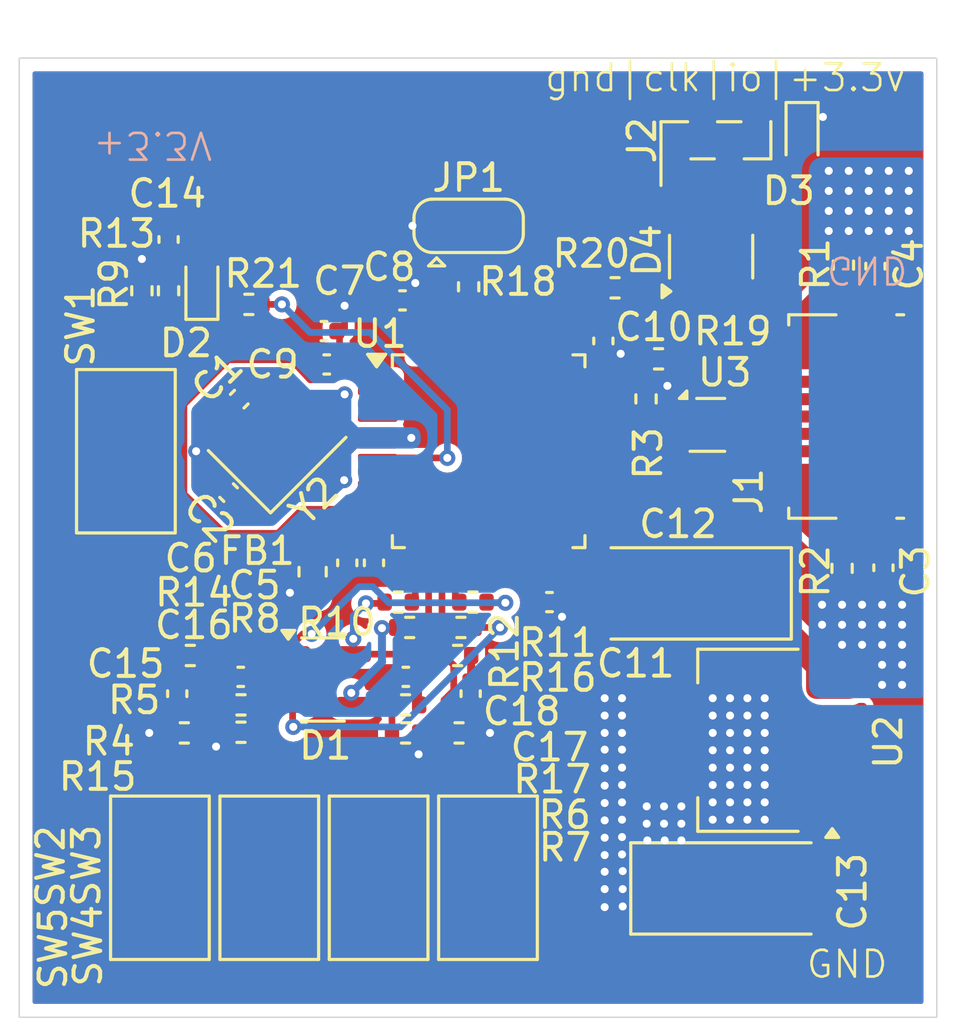
<source format=kicad_pcb>
(kicad_pcb (version 20240108) (generator "pcbnew") (generator_version "8.0")
  (layers (0 "F.Cu" signal) (31 "B.Cu" signal) (34 "B.Paste" user) (35 "F.Paste" user) (36 "B.SilkS" user "B.Silkscreen") (37 "F.SilkS" user "F.Silkscreen") (38 "B.Mask" user) (39 "F.Mask" user) (44 "Edge.Cuts" user))
  (net 0 "")
  (net 1 "Net-(J1-Shield)")
  (net 2 "VDDA")
  (net 3 "+3.3V")
  (net 4 "VBUS")
  (net 5 "Net-(C14-Pad2)")
  (net 7 "Net-(C15-Pad2)")
  (net 9 "Net-(C16-Pad2)")
  (net 11 "Net-(C17-Pad2)")
  (net 14 "Net-(U1-PD1)")
  (net 17 "Net-(C18-Pad2)")
  (net 18 "Net-(D1-K-Pad4)")
  (net 19 "Net-(D1-K-Pad5)")
  (net 25 "Net-(U1-PD0)")
  (net 26 "Net-(D1-K-Pad3)")
  (net 27 "Net-(D1-K-Pad1)")
  (net 28 "/NRST")
  (net 35 "Net-(J2-Pin_3)")
  (net 37 "Net-(J2-Pin_2)")
  (net 43 "Net-(JP1-C)")
  (net 48 "GND")
  (net 49 "Net-(U1-PA3)")
  (net 50 "Net-(U1-PA4)")
  (net 51 "Net-(U1-PA5)")
  (net 52 "Net-(U1-PA6)")
  (net 53 "/BOOT0")
  (net 54 "/SWDIO")
  (net 55 "/SWCLK")
  (net 56 "/USB_D+")
  (net 57 "/USB_D-")
  (net 58 "/D+")
  (net 59 "/D-")
  (net 60 "Net-(D2-K)")
  (footprint "Capacitor_SMD:C_0402_1005Metric" (layer "F.Cu") (at 158.645 91.7)
    (property "Reference" "C17")
    (property "Value" "0.1u")
  )
  (footprint "Resistor_SMD:R_0402_1005Metric" (layer "F.Cu") (at 158.36 88.9 180)
    (property "Reference" "R8")
    (property "Value" "10k")
  )
  (footprint "Resistor_SMD:R_0402_1005Metric" (layer "F.Cu") (at 158.635 92.75 180)
    (property "Reference" "R16")
    (property "Value" "100R")
  )
  (footprint "Resistor_SMD:R_0402_1005Metric" (layer "F.Cu") (at 160.71 89.85)
    (property "Reference" "R11")
    (property "Value" "10k")
  )
  (footprint "Diode_SMD:D_SOD-523" (layer "F.Cu") (at 151 77.05 90)
    (property "Reference" "D2")
    (property "Value" "ESDALC6V1-1U2")
  )
  (footprint "Resistor_SMD:R_0402_1005Metric" (layer "F.Cu") (at 158.79 89.85 180)
    (property "Reference" "R10")
    (property "Value" "10k")
  )
  (footprint "Capacitor_SMD:C_0402_1005Metric" (layer "F.Cu") (at 161.075 92.33 90)
    (property "Reference" "C18")
    (property "Value" "0.1u")
  )
  (footprint "Capacitor_Tantalum_SMD:CP_EIA-6032-28_Kemet-C" (layer "F.Cu") (at 169.3375 88.575 180)
    (property "Reference" "C12")
    (property "Value" "10uF")
  )
  (footprint "Resistor_SMD:R_0402_1005Metric" (layer "F.Cu") (at 152.465 93.775 180)
    (property "Reference" "R5")
    (property "Value" "10k")
  )
  (footprint "Package_TO_SOT_SMD:SOT-223-3_TabPin2" (layer "F.Cu") (at 171.5 94.075 180)
    (property "Reference" "U2")
    (property "Value" "AMS1117-3.3")
  )
  (footprint "Resistor_SMD:R_0402_1005Metric" (layer "F.Cu") (at 167.65 81.29 90)
    (property "Reference" "R3")
    (property "Value" "1.5k")
  )
  (footprint "Resistor_SMD:R_0402_1005Metric" (layer "F.Cu") (at 168.12 79.79 180)
    (property "Reference" "R19")
    (property "Value" "22R")
  )
  (footprint "Capacitor_SMD:C_0402_1005Metric" (layer "F.Cu") (at 166.05 79.12 -90)
    (property "Reference" "C10")
    (property "Value" "0.1uF")
  )
  (footprint "Package_QFP:LQFP-48_7x7mm_P0.5mm" (layer "F.Cu") (at 161.75 83.25)
    (property "Reference" "U1")
    (property "Value" "STM32F103C8T6")
  )
  (footprint "Capacitor_Tantalum_SMD:CP_EIA-6032-28_Kemet-C" (layer "F.Cu") (at 170.8375 99.625)
    (property "Reference" "C13")
    (property "Value" "10uF")
  )
  (footprint "Capacitor_SMD:C_0402_1005Metric" (layer "F.Cu") (at 150.075 92.33 90)
    (property "Reference" "C15")
    (property "Value" "0.1u")
  )
  (footprint "Capacitor_SMD:C_0402_1005Metric" (layer "F.Cu") (at 156.45 87.43 90)
    (property "Reference" "C5")
    (property "Value" "10n")
  )
  (footprint "Package_TO_SOT_SMD:SOT-23-5" (layer "F.Cu") (at 155.5375 91.8)
    (property "Reference" "D1")
    (property "Value" "ESDA5V3SC5")
  )
  (footprint "Resistor_SMD:R_0402_1005Metric" (layer "F.Cu") (at 175.05 76.28 90)
    (property "Reference" "R1")
    (property "Value" "1M")
  )
  (footprint "Resistor_SMD:R_0402_1005Metric" (layer "F.Cu") (at 161.16 88.9)
    (property "Reference" "R12")
    (property "Value" "10k")
  )
  (footprint "Button_Switch_SMD:SW_SPST_CK_RS282G05A3" (layer "F.Cu") (at 161.725 99.225 -90)
    (property "Reference" "SW5")
    (property "Value" "SW_Push")
  )
  (footprint "Resistor_SMD:R_0402_1005Metric" (layer "F.Cu") (at 175 87.635 -90)
    (property "Reference" "R2")
    (property "Value" "1M")
  )
  (footprint "Package_TO_SOT_SMD:SOT-23-3" (layer "F.Cu") (at 170.09 75.9625 90)
    (property "Reference" "D4")
    (property "Value" "ESDA6V1L")
  )
  (footprint "Capacitor_SMD:C_0402_1005Metric" (layer "F.Cu") (at 176.25 76.32 90)
    (property "Reference" "C4")
    (property "Value" "0.1uF")
  )
  (footprint "Capacitor_SMD:C_0402_1005Metric" (layer "F.Cu") (at 164.03 88.9)
    (property "Reference" "C11")
    (property "Value" "0.1uF")
  )
  (footprint "Resistor_SMD:R_0402_1005Metric" (layer "F.Cu") (at 160.585 90.9 180)
    (property "Reference" "R17")
    (property "Value" "100R")
  )
  (footprint "Button_Switch_SMD:SW_SPST_CK_RS282G05A3" (layer "F.Cu") (at 153.525 99.225 -90)
    (property "Reference" "SW3")
    (property "Value" "SW_Push")
  )
  (footprint "Jumper:SolderJumper-3_P1.3mm_Open_RoundedPad1.0x1.5mm" (layer "F.Cu") (at 161 74.8075)
    (property "Reference" "JP1")
    (property "Value" "BOOT0")
  )
  (footprint "Inductor_SMD:L_0603_1608Metric" (layer "F.Cu") (at 155.15 87.7625 90)
    (property "Reference" "FB1")
    (property "Value" "FerriteBead")
  )
  (footprint "Resistor_SMD:R_0402_1005Metric" (layer "F.Cu") (at 150.565 90.9)
    (property "Reference" "R14")
    (property "Value" "100R")
  )
  (footprint "Resistor_SMD:R_0402_1005Metric" (layer "F.Cu") (at 161 77.09 -90)
    (property "Reference" "R18")
    (property "Value" "10k")
  )
  (footprint "Capacitor_SMD:C_0402_1005Metric" (layer "F.Cu") (at 157.45 87.43 90)
    (property "Reference" "C6")
    (property "Value" "0.1uF")
  )
  (footprint "Resistor_SMD:R_0402_1005Metric" (layer "F.Cu") (at 160.64 93.8)
    (property "Reference" "R7")
    (property "Value" "10k")
  )
  (footprint "Capacitor_SMD:C_0402_1005Metric" (layer "F.Cu") (at 176.55 87.615 -90)
    (property "Reference" "C3")
    (property "Value" "0.1uF")
  )
  (footprint "Capacitor_SMD:C_0402_1005Metric" (layer "F.Cu") (at 149.75 75.32 -90)
    (property "Reference" "C14")
    (property "Value" "0.1u")
  )
  (footprint "Resistor_SMD:R_0402_1005Metric" (layer "F.Cu") (at 152.76 77.75 180)
    (property "Reference" "R21")
    (property "Value" "10k")
  )
  (footprint "Resistor_SMD:R_0402_1005Metric" (layer "F.Cu") (at 166.49 77.13 180)
    (property "Reference" "R20")
    (property "Value" "22R")
  )
  (footprint "Resistor_SMD:R_0402_1005Metric" (layer "F.Cu") (at 158.635 93.8)
    (property "Reference" "R6")
    (property "Value" "10k")
  )
  (footprint "Capacitor_SMD:C_0402_1005Metric" (layer "F.Cu") (at 155.68 80)
    (property "Reference" "C9")
    (property "Value" "0.1uF")
  )
  (footprint "Resistor_SMD:R_0402_1005Metric" (layer "F.Cu") (at 149.75 77.24 -90)
    (property "Reference" "R13")
    (property "Value" "100R")
  )
  (footprint "Capacitor_SMD:C_0402_1005Metric" (layer "F.Cu") (at 152.455 91.7 180)
    (property "Reference" "C16")
    (property "Value" "0.1u")
  )
  (footprint "Connector_PinHeader_1.00mm:PinHeader_1x04_P1.00mm_Vertical_SMD_Pin1Left" (layer "F.Cu") (at 170.27 71.605 90)
    (property "Reference" "J2")
    (property "Value" "SWD")
  )
  (footprint "Diode_SMD:D_SOD-523" (layer "F.Cu") (at 173.5 71.45 -90)
    (property "Reference" "D3")
    (property "Value" "SMLVT3V3")
  )
  (footprint "Capacitor_SMD:C_0402_1005Metric" (layer "F.Cu") (at 152 84.8 -45)
    (property "Reference" "C2")
    (property "Value" "C")
  )
  (footprint "Button_Switch_SMD:SW_SPST_CK_RS282G05A3" (layer "F.Cu") (at 149.425 99.225 -90)
    (property "Reference" "SW2")
    (property "Value" "SW_Push")
  )
  (footprint "Button_Switch_SMD:SW_SPST_CK_RS282G05A3" (layer "F.Cu") (at 148.15 83.25 -90)
    (property "Reference" "SW1")
    (property "Value" "SW_Push")
  )
  (footprint "Capacitor_SMD:C_0402_1005Metric" (layer "F.Cu") (at 158.52 77.6)
    (property "Reference" "C8")
    (property "Value" "0.1uF")
  )
  (footprint "Resistor_SMD:R_0402_1005Metric" (layer "F.Cu") (at 150.34 93.8 180)
    (property "Reference" "R4")
    (property "Value" "10k")
  )
  (footprint "Resistor_SMD:R_0402_1005Metric" (layer "F.Cu") (at 148.75 77.24 90)
    (property "Reference" "R9")
    (property "Value" "10k")
  )
  (footprint "Resistor_SMD:R_0402_1005Metric" (layer "F.Cu") (at 152.465 92.75)
    (property "Reference" "R15")
    (property "Value" "100R")
  )
  (footprint "Crystal:Crystal_SMD_Abracon_ABM8G-4Pin_3.2x2.5mm" (layer "F.Cu") (at 153.821142 82.976777 45)
    (property "Reference" "Y2")
    (property "Value" "X322516MLB4SI")
  )
  (footprint "Package_TO_SOT_SMD:SOT-666" (layer "F.Cu") (at 169.95 82.2625)
    (property "Reference" "U3")
    (property "Value" "USBLC6-2P6")
  )
  (footprint "Capacitor_SMD:C_0402_1005Metric" (layer "F.Cu") (at 155.575 78.75)
    (property "Reference" "C7")
    (property "Value" "4.7uF")
  )
  (footprint "Connector_USB:USB_Micro-B_Molex_47346-0001" (layer "F.Cu") (at 174.71 81.95 90)
    (property "Reference" "J1")
    (property "Value" "USB_B_Micro")
  )
  (footprint "Button_Switch_SMD:SW_SPST_CK_RS282G05A3" (layer "F.Cu") (at 157.625 99.225 -90)
    (property "Reference" "SW4")
    (property "Value" "SW_Push")
  )
  (footprint "Capacitor_SMD:C_0402_1005Metric" (layer "F.Cu") (at 152.4 81.3 45)
    (property "Reference" "C1")
    (property "Value" "C")
  )
  (gr_rect (start 144.15 68.525) (end 178.55 104.45) (stroke (width 0.05)) (fill none) (layer "Edge.Cuts"))
  (gr_text "+3.3V\n" (at 146.85 71.2 180) (layer "B.SilkS") (effects (font (size 1 1) (thickness 0.1)) (justify left bottom mirror)))
  (gr_text "GND" (at 174.35 75.875 180) (layer "B.SilkS") (effects (font (size 1 1) (thickness 0.1)) (justify left bottom mirror)))
  (gr_text "gnd|clk|io|+3.3v" (at 163.79 69.85 0) (layer "F.SilkS") (effects (font (size 1 1) (thickness 0.1)) (justify left bottom)))
  (gr_text "GND" (at 173.6 103.05 0) (layer "F.SilkS") (effects (font (size 1 1) (thickness 0.1)) (justify left bottom)))
  (segment (start 157.5875 84.5) (end 158.392764 84.5) (width 0.25) (layer "F.Cu") (net 2))
  (segment (start 156.45 86.95) (end 155.175 86.95) (width 0.25) (layer "F.Cu") (net 2))
  (segment (start 155.175 86.95) (end 155.15 86.975) (width 0.25) (layer "F.Cu") (net 2))
  (segment (start 158.65 84.757236) (end 158.65 86.242764) (width 0.25) (layer "F.Cu") (net 2))
  (segment (start 157.942764 86.95) (end 156.45 86.95) (width 0.25) (layer "F.Cu") (net 2))
  (segment (start 158.392764 84.5) (end 158.65 84.757236) (width 0.25) (layer "F.Cu") (net 2))
  (segment (start 158.65 86.242764) (end 157.942764 86.95) (width 0.25) (layer "F.Cu") (net 2))
  (segment (start 161.15 93.8) (end 161.8 93.8) (width 0.25) (layer "F.Cu") (net 3))
  (segment (start 166.05 79.6) (end 166.7 79.6) (width 0.25) (layer "F.Cu") (net 3))
  (segment (start 156.35 78.75) (end 156.16 78.94) (width 0.25) (layer "F.Cu") (net 3))
  (segment (start 156.16 80) (end 156.66 80.5) (width 0.25) (layer "F.Cu") (net 3))
  (segment (start 165.9125 80.5) (end 165.9375 80.525) (width 0.25) (layer "F.Cu") (net 3))
  (segment (start 159.145 94.58) (end 159.125 94.6) (width 0.25) (layer "F.Cu") (net 3))
  (segment (start 159 76.95) (end 159 79.0875) (width 0.25) (layer "F.Cu") (net 3))
  (segment (start 167.65 80.78) (end 168.43 80.78) (width 0.25) (layer "F.Cu") (net 3))
  (segment (start 165.9375 80.525) (end 166.05 80.525) (width 0.25) (layer "F.Cu") (net 3))
  (segment (start 148.75 76.73) (end 148.75 76.05) (width 0.25) (layer "F.Cu") (net 3))
  (segment (start 149.83 93.8) (end 149.025 93.8) (width 0.25) (layer "F.Cu") (net 3))
  (segment (start 156.66 80.5) (end 157.5875 80.5) (width 0.25) (layer "F.Cu") (net 3))
  (segment (start 151.955 93.775) (end 151.955 93.886976) (width 0.25) (layer "F.Cu") (net 3))
  (segment (start 159.145 93.8) (end 159.145 94.58) (width 0.25) (layer "F.Cu") (net 3))
  (segment (start 164.5 89.45) (end 164.5 87.4125) (width 0.25) (layer "F.Cu") (net 3))
  (segment (start 168.43 80.78) (end 168.45 80.8) (width 0.25) (layer "F.Cu") (net 3))
  (segment (start 158.8925 74.8075) (end 159.7 74.8075) (width 0.25) (layer "F.Cu") (net 3))
  (segment (start 166.05 80.525) (end 166.05 79.6) (width 0.25) (layer "F.Cu") (net 3))
  (segment (start 155.15 88.55) (end 154.3 88.55) (width 0.25) (layer "F.Cu") (net 3))
  (segment (start 156.16 78.94) (end 156.16 80) (width 0.25) (layer "F.Cu") (net 3))
  (segment (start 151.955 93.886976) (end 151.530605 94.311371) (width 0.25) (layer "F.Cu") (net 3))
  (segment (start 156.35 77.8) (end 156.35 78.75) (width 0.25) (layer "F.Cu") (net 3))
  (segment (start 174.28 70.73) (end 171.77 70.73) (width 0.25) (layer "F.Cu") (net 3))
  (via (at 171.45 95.1) (size 0.6) (drill 0.3) (layers "F.Cu" "B.Cu") (net 3))
  (via (at 170.15 96.4) (size 0.6) (drill 0.3) (layers "F.Cu" "B.Cu") (net 3))
  (via (at 166.1 96.425) (size 0.6) (drill 0.3) (layers "F.Cu" "B.Cu") (net 3))
  (via (at 166.75 95.75) (size 0.6) (drill 0.3) (layers "F.Cu" "B.Cu") (net 3))
  (via (at 172.1 95.75) (size 0.6) (drill 0.3) (layers "F.Cu" "B.Cu") (net 3))
  (via (at 171.45 97.05) (size 0.6) (drill 0.3) (layers "F.Cu" "B.Cu") (net 3))
  (via (at 166.75 96.4) (size 0.6) (drill 0.3) (layers "F.Cu" "B.Cu") (net 3))
  (via (at 167.675 97.2) (size 0.6) (drill 0.3) (layers "F.Cu" "B.Cu") (net 3))
  (via (at 166.1 93.8) (size 0.6) (drill 0.3) (layers "F.Cu" "B.Cu") (net 3))
  (via (at 170.8 95.1) (size 0.6) (drill 0.3) (layers "F.Cu" "B.Cu") (net 3))
  (via (at 166.1 95.125) (size 0.6) (drill 0.3) (layers "F.Cu" "B.Cu") (net 3))
  (via (at 166.775 99.65) (size 0.6) (drill 0.3) (layers "F.Cu" "B.Cu") (net 3))
  (via (at 170.15 93.15) (size 0.6) (drill 0.3) (layers "F.Cu" "B.Cu") (net 3))
  (via (at 170.15 93.8) (size 0.6) (drill 0.3) (layers "F.Cu" "B.Cu") (net 3))
  (via (at 161.8 93.8) (size 0.6) (drill 0.3) (layers "F.Cu" "B.Cu") (net 3))
  (via (at 154.3 88.55) (size 0.6) (drill 0.3) (layers "F.Cu" "B.Cu") (net 3))
  (via (at 172.1 93.15) (size 0.6) (drill 0.3) (layers "F.Cu" "B.Cu") (net 3))
  (via (at 166.75 97.7) (size 0.6) (drill 0.3) (layers "F.Cu" "B.Cu") (net 3))
  (via (at 166.775 98.975) (size 0.6) (drill 0.3) (layers "F.Cu" "B.Cu") (net 3))
  (via (at 168.975 97.825) (size 0.6) (drill 0.3) (layers "F.Cu" "B.Cu") (net 3))
  (via (at 166.75 98.35) (size 0.6) (drill 0.3) (layers "F.Cu" "B.Cu") (net 3))
  (via (at 167.675 96.55) (size 0.6) (drill 0.3) (layers "F.Cu" "B.Cu") (net 3))
  (via (at 166.1 94.425) (size 0.6) (drill 0.3) (layers "F.Cu" "B.Cu") (net 3))
  (via (at 159.125 94.6) (size 0.6) (drill 0.3) (layers "F.Cu" "B.Cu") (net 3))
  (via (at 170.15 97.05) (size 0.6) (drill 0.3) (layers "F.Cu" "B.Cu") (net 3))
  (via (at 171.45 94.45) (size 0.6) (drill 0.3) (layers "F.Cu" "B.Cu") (net 3))
  (via (at 170.8 97.05) (size 0.6) (drill 0.3) (layers "F.Cu" "B.Cu") (net 3))
  (via (at 168.45 80.8) (size 0.6) (drill 0.3) (layers "F.Cu" "B.Cu") (net 3))
  (via (at 170.8 96.4) (size 0.6) (drill 0.3) (layers "F.Cu" "B.Cu") (net 3))
  (via (at 166.1 99) (size 0.6) (drill 0.3) (layers "F.Cu" "B.Cu") (net 3))
  (via (at 166.75 94.425) (size 0.6) (drill 0.3) (layers "F.Cu" "B.Cu") (net 3))
  (via (at 170.15 95.1) (size 0.6) (drill 0.3) (layers "F.Cu" "B.Cu") (net 3))
  (via (at 174.28 70.73) (size 0.6) (drill 0.3) (layers "F.Cu" "B.Cu") (net 3))
  (via (at 171.45 92.5) (size 0.6) (drill 0.3) (layers "F.Cu" "B.Cu") (net 3))
  (via (at 172.1 93.8) (size 0.6) (drill 0.3) (layers "F.Cu" "B.Cu") (net 3))
  (via (at 166.75 95.1) (size 0.6) (drill 0.3) (layers "F.Cu" "B.Cu") (net 3))
  (via (at 166.1 97.725) (size 0.6) (drill 0.3) (layers "F.Cu" "B.Cu") (net 3))
  (via (at 166.1 92.5) (size 0.6) (drill 0.3) (layers "F.Cu" "B.Cu") (net 3))
  (via (at 167.7 97.825) (size 0.6) (drill 0.3) (layers "F.Cu" "B.Cu") (net 3))
  (via (at 166.1 95.775) (size 0.6) (drill 0.3) (layers "F.Cu" "B.Cu") (net 3))
  (via (at 168.325 96.55) (size 0.6) (drill 0.3) (layers "F.Cu" "B.Cu") (net 3))
  (via (at 166.1 98.375) (size 0.6) (drill 0.3) (layers "F.Cu" "B.Cu") (net 3))
  (via (at 171.45 93.15) (size 0.6) (drill 0.3) (layers "F.Cu" "B.Cu") (net 3))
  (via (at 166.1 93.15) (size 0.6) (drill 0.3) (layers "F.Cu" "B.Cu") (net 3))
  (via (at 168.325 97.2) (size 0.6) (drill 0.3) (layers "F.Cu" "B.Cu") (net 3))
  (via (at 170.8 93.15) (size 0.6) (drill 0.3) (layers "F.Cu" "B.Cu") (net 3))
  (via (at 159 76.95) (size 0.6) (drill 0.3) (layers "F.Cu" "B.Cu") (net 3))
  (via (at 166.75 92.5) (size 0.6) (drill 0.3) (layers "F.Cu" "B.Cu") (net 3))
  (via (at 170.8 93.8) (size 0.6) (drill 0.3) (layers "F.Cu" "B.Cu") (net 3))
  (via (at 166.75 93.8) (size 0.6) (drill 0.3) (layers "F.Cu" "B.Cu") (net 3))
  (via (at 171.45 95.75) (size 0.6) (drill 0.3) (layers "F.Cu" "B.Cu") (net 3))
  (via (at 164.5 89.45) (size 0.6) (drill 0.3) (layers "F.Cu" "B.Cu") (net 3))
  (via (at 172.1 92.5) (size 0.6) (drill 0.3) (layers "F.Cu" "B.Cu") (net 3))
  (via (at 166.775 100.3) (size 0.6) (drill 0.3) (layers "F.Cu" "B.Cu") (net 3))
  (via (at 168.975 96.55) (size 0.6) (drill 0.3) (layers "F.Cu" "B.Cu") (net 3))
  (via (at 172.1 97.05) (size 0.6) (drill 0.3) (layers "F.Cu" "B.Cu") (net 3))
  (via (at 170.8 94.45) (size 0.6) (drill 0.3) (layers "F.Cu" "B.Cu") (net 3))
  (via (at 170.8 92.5) (size 0.6) (drill 0.3) (layers "F.Cu" "B.Cu") (net 3))
  (via (at 166.7 79.6) (size 0.6) (drill 0.3) (layers "F.Cu" "B.Cu") (net 3))
  (via (at 168.35 97.825) (size 0.6) (drill 0.3) (layers "F.Cu" "B.Cu") (net 3))
  (via (at 171.45 96.4) (size 0.6) (drill 0.3) (layers "F.Cu" "B.Cu") (net 3))
  (via (at 156.35 77.8) (size 0.6) (drill 0.3) (layers "F.Cu" "B.Cu") (net 3))
  (via (at 149.025 93.8) (size 0.6) (drill 0.3) (layers "F.Cu" "B.Cu") (net 3))
  (via (at 166.1 99.65) (size 0.6) (drill 0.3) (layers "F.Cu" "B.Cu") (net 3))
  (via (at 148.75 76.05) (size 0.6) (drill 0.3) (layers "F.Cu" "B.Cu") (net 3))
  (via (at 170.15 95.75) (size 0.6) (drill 0.3) (layers "F.Cu" "B.Cu") (net 3))
  (via (at 172.1 95.1) (size 0.6) (drill 0.3) (layers "F.Cu" "B.Cu") (net 3))
  (via (at 170.15 92.5) (size 0.6) (drill 0.3) (layers "F.Cu" "B.Cu") (net 3))
  (via (at 166.1 100.325) (size 0.6) (drill 0.3) (layers "F.Cu" "B.Cu") (net 3))
  (via (at 158.8925 74.8075) (size 0.6) (drill 0.3) (layers "F.Cu" "B.Cu") (net 3))
  (via (at 171.45 93.8) (size 0.6) (drill 0.3) (layers "F.Cu" "B.Cu") (net 3))
  (via (at 168.975 97.2) (size 0.6) (drill 0.3) (layers "F.Cu" "B.Cu") (net 3))
  (via (at 166.1 97.075) (size 0.6) (drill 0.3) (layers "F.Cu" "B.Cu") (net 3))
  (via (at 151.530605 94.311371) (size 0.6) (drill 0.3) (layers "F.Cu" "B.Cu") (net 3))
  (via (at 172.1 94.45) (size 0.6) (drill 0.3) (layers "F.Cu" "B.Cu") (net 3))
  (via (at 166.75 97.05) (size 0.6) (drill 0.3) (layers "F.Cu" "B.Cu") (net 3))
  (via (at 172.1 96.4) (size 0.6) (drill 0.3) (layers "F.Cu" "B.Cu") (net 3))
  (via (at 166.75 93.15) (size 0.6) (drill 0.3) (layers "F.Cu" "B.Cu") (net 3))
  (via (at 170.8 95.75) (size 0.6) (drill 0.3) (layers "F.Cu" "B.Cu") (net 3))
  (via (at 170.15 94.45) (size 0.6) (drill 0.3) (layers "F.Cu" "B.Cu") (net 3))
  (segment (start 171.6625 88.0875) (end 171.6625 83.9125) (width 0.5) (layer "F.Cu") (net 4))
  (segment (start 170.2 82.519844) (end 170.2 83.45) (width 0.3) (layer "F.Cu") (net 4))
  (segment (start 170.457344 82.2625) (end 170.2 82.519844) (width 0.3) (layer "F.Cu") (net 4))
  (segment (start 170.6625 83.9125) (end 171.6625 83.9125) (width 0.3) (layer "F.Cu") (net 4))
  (segment (start 171.8 88.925) (end 174.65 91.775) (width 1) (layer "F.Cu") (net 4))
  (segment (start 170.875 82.2625) (end 170.457344 82.2625) (width 0.3) (layer "F.Cu") (net 4))
  (segment (start 171.6625 83.9125) (end 172.3 83.275) (width 0.5) (layer "F.Cu") (net 4))
  (segment (start 172.15 88.575) (end 171.6625 88.0875) (width 0.5) (layer "F.Cu") (net 4))
  (segment (start 170.2 83.45) (end 170.6625 83.9125) (width 0.3) (layer "F.Cu") (net 4))
  (segment (start 171.8 88.575) (end 171.8 88.925) (width 1) (layer "F.Cu") (net 4))
  (segment (start 172.3 83.275) (end 173.25 83.275) (width 0.5) (layer "F.Cu") (net 4))
  (segment (start 149.75 75.8) (end 149.75 76.73) (width 0.25) (layer "F.Cu") (net 5))
  (segment (start 150.075 91.8) (end 150.075 90.92) (width 0.25) (layer "F.Cu") (net 7))
  (segment (start 150.075 90.92) (end 150.055 90.9) (width 0.25) (layer "F.Cu") (net 7))
  (segment (start 150.125 91.85) (end 150.075 91.8) (width 0.25) (layer "F.Cu") (net 7))
  (segment (start 151.975 92.73) (end 151.955 92.75) (width 0.25) (layer "F.Cu") (net 9))
  (segment (start 151.975 92) (end 151.975 92.73) (width 0.25) (layer "F.Cu") (net 9))
  (segment (start 159.125 91.7) (end 159.125 92.73) (width 0.25) (layer "F.Cu") (net 11))
  (segment (start 159.125 92.73) (end 159.145 92.75) (width 0.25) (layer "F.Cu") (net 11))
  (segment (start 156.782236 83) (end 157.5875 83) (width 0.25) (layer "F.Cu") (net 14))
  (segment (start 155.426601 84.355635) (end 156.782236 83) (width 0.25) (layer "F.Cu") (net 14))
  (segment (start 152.860589 85.139411) (end 153.644365 84.355635) (width 0.25) (layer "F.Cu") (net 14))
  (segment (start 152.339411 85.139411) (end 152.860589 85.139411) (width 0.25) (layer "F.Cu") (net 14))
  (segment (start 153.644365 84.355635) (end 155.426601 84.355635) (width 0.25) (layer "F.Cu") (net 14))
  (segment (start 161.095 91.83) (end 161.075 91.85) (width 0.3) (layer "F.Cu") (net 17))
  (segment (start 161.095 90.9) (end 161.095 91.83) (width 0.3) (layer "F.Cu") (net 17))
  (segment (start 158.125 92.75) (end 156.675 92.75) (width 0.25) (layer "F.Cu") (net 18))
  (segment (start 158.28 89.85) (end 157.775 89.85) (width 0.3) (layer "F.Cu") (net 18))
  (segment (start 158.125 92.75) (end 158.125 93.8) (width 0.25) (layer "F.Cu") (net 18))
  (segment (start 158.125 94.825) (end 158.125 93.525) (width 0.25) (layer "F.Cu") (net 18))
  (segment (start 157.775 89.85) (end 157.75 89.875) (width 0.3) (layer "F.Cu") (net 18))
  (segment (start 156.6 92.3) (end 156.6 92.675) (width 0.3) (layer "F.Cu") (net 18))
  (segment (start 156.6 92.675) (end 156.675 92.75) (width 0.3) (layer "F.Cu") (net 18))
  (segment (start 157.625 95.325) (end 158.125 94.825) (width 0.25) (layer "F.Cu") (net 18))
  (via (at 157.75 89.875) (size 0.6) (drill 0.3) (layers "F.Cu" "B.Cu") (net 18))
  (via (at 156.6 92.3) (size 0.6) (drill 0.3) (layers "F.Cu" "B.Cu") (net 18))
  (segment (start 157.75 91.15) (end 157.75 89.875) (width 0.3) (layer "B.Cu") (net 18))
  (segment (start 156.6 92.3) (end 157.75 91.15) (width 0.3) (layer "B.Cu") (net 18))
  (segment (start 160.075 90.9) (end 160.025 90.85) (width 0.25) (layer "F.Cu") (net 19))
  (segment (start 160.44 92.21) (end 160.44 91.265) (width 0.25) (layer "F.Cu") (net 19))
  (segment (start 160.075 94.15) (end 160.075 92.575) (width 0.25) (layer "F.Cu") (net 19))
  (segment (start 161.25 95.325) (end 160.075 94.15) (width 0.25) (layer "F.Cu") (net 19))
  (segment (start 160.075 92.575) (end 160.44 92.21) (width 0.25) (layer "F.Cu") (net 19))
  (segment (start 156.675 90.85) (end 156.675 90.275) (width 0.25) (layer "F.Cu") (net 19))
  (segment (start 157.15 88.95) (end 157.8 88.95) (width 0.25) (layer "F.Cu") (net 19))
  (segment (start 160.025 90.85) (end 156.675 90.85) (width 0.25) (layer "F.Cu") (net 19))
  (segment (start 157.8 88.95) (end 157.85 88.9) (width 0.25) (layer "F.Cu") (net 19))
  (segment (start 160.44 91.265) (end 160.075 90.9) (width 0.25) (layer "F.Cu") (net 19))
  (segment (start 161.725 95.325) (end 161.25 95.325) (width 0.25) (layer "F.Cu") (net 19))
  (via (at 157.15 88.95) (size 0.6) (drill 0.3) (layers "F.Cu" "B.Cu") (net 19))
  (via (at 156.675 90.275) (size 0.6) (drill 0.3) (layers "F.Cu" "B.Cu") (net 19))
  (segment (start 156.675 89.425) (end 156.675 90.275) (width 0.25) (layer "B.Cu") (net 19))
  (segment (start 157.15 88.95) (end 156.675 89.425) (width 0.25) (layer "B.Cu") (net 19))
  (segment (start 155.837997 81.555761) (end 154.040077 81.555761) (width 0.25) (layer "F.Cu") (net 25))
  (segment (start 153.45 81.05) (end 153.997919 81.597919) (width 0.25) (layer "F.Cu") (net 25))
  (segment (start 157.5875 82.5) (end 156.782236 82.5) (width 0.25) (layer "F.Cu") (net 25))
  (segment (start 153.360589 80.960589) (end 153.45 81.05) (width 0.25) (layer "F.Cu") (net 25))
  (segment (start 154.040077 81.555761) (end 153.997919 81.597919) (width 0.25) (layer "F.Cu") (net 25))
  (segment (start 156.782236 82.5) (end 155.837997 81.555761) (width 0.25) (layer "F.Cu") (net 25))
  (segment (start 152.739411 80.960589) (end 153.360589 80.960589) (width 0.25) (layer "F.Cu") (net 25))
  (segment (start 153.525 95.325) (end 152.925 94.725) (width 0.25) (layer "F.Cu") (net 26))
  (segment (start 153.925 92.75) (end 154.4 92.75) (width 0.25) (layer "F.Cu") (net 26))
  (segment (start 162.175 89.85) (end 161.22 89.85) (width 0.25) (layer "F.Cu") (net 26))
  (segment (start 152.925 92.75) (end 154.4 92.75) (width 0.25) (layer "F.Cu") (net 26))
  (segment (start 152.975 93.775) (end 152.975 92.75) (width 0.25) (layer "F.Cu") (net 26))
  (segment (start 152.925 94.725) (end 152.925 93.525) (width 0.25) (layer "F.Cu") (net 26))
  (segment (start 154.4 92.75) (end 154.4 93.55) (width 0.25) (layer "F.Cu") (net 26))
  (segment (start 154.4 93.55) (end 154.425 93.575) (width 0.25) (layer "F.Cu") (net 26))
  (via (at 162.175 89.85) (size 0.6) (drill 0.3) (layers "F.Cu" "B.Cu") (net 26))
  (via (at 154.425 93.575) (size 0.6) (drill 0.3) (layers "F.Cu" "B.Cu") (net 26))
  (segment (start 154.425 93.575) (end 158.45 93.575) (width 0.25) (layer "B.Cu") (net 26))
  (segment (start 158.45 93.575) (end 162.175 89.85) (width 0.25) (layer "B.Cu") (net 26))
  (segment (start 161.695 88.925) (end 161.67 88.9) (width 0.25) (layer "F.Cu") (net 27))
  (segment (start 151.075 90.9) (end 151.125 90.85) (width 0.25) (layer "F.Cu") (net 27))
  (segment (start 162.375 88.925) (end 161.695 88.925) (width 0.25) (layer "F.Cu") (net 27))
  (segment (start 155.116108 90.091178) (end 154.783822 90.091178) (width 0.25) (layer "F.Cu") (net 27))
  (segment (start 150.85 93.8) (end 150.85 91.125) (width 0.25) (layer "F.Cu") (net 27))
  (segment (start 150.85 93.9) (end 150.85 93.8) (width 0.25) (layer "F.Cu") (net 27))
  (segment (start 149.425 95.325) (end 150.85 93.9) (width 0.25) (layer "F.Cu") (net 27))
  (segment (start 151.125 90.85) (end 154.4 90.85) (width 0.25) (layer "F.Cu") (net 27))
  (segment (start 150.85 91.125) (end 151.075 90.9) (width 0.25) (layer "F.Cu") (net 27))
  (segment (start 154.783822 90.091178) (end 154.4 90.475) (width 0.25) (layer "F.Cu") (net 27))
  (segment (start 154.4 90.475) (end 154.4 90.85) (width 0.25) (layer "F.Cu") (net 27))
  (via (at 162.375 88.925) (size 0.6) (drill 0.3) (layers "F.Cu" "B.Cu") (net 27))
  (via (at 155.116108 90.091178) (size 0.6) (drill 0.3) (layers "F.Cu" "B.Cu") (net 27))
  (segment (start 158.008884 88.925) (end 162.375 88.925) (width 0.25) (layer "B.Cu") (net 27))
  (segment (start 155.116108 90.091178) (end 156.532286 88.675) (width 0.25) (layer "B.Cu") (net 27))
  (segment (start 156.891116 88.325) (end 157.408884 88.325) (width 0.25) (layer "B.Cu") (net 27))
  (segment (start 156.541116 88.675) (end 156.891116 88.325) (width 0.25) (layer "B.Cu") (net 27))
  (segment (start 157.408884 88.325) (end 158.008884 88.925) (width 0.25) (layer "B.Cu") (net 27))
  (segment (start 156.532286 88.675) (end 156.541116 88.675) (width 0.25) (layer "B.Cu") (net 27))
  (segment (start 160.2 83.5) (end 157.5875 83.5) (width 0.25) (layer "F.Cu") (net 28))
  (segment (start 153.27 77.75) (end 154 77.75) (width 0.25) (layer "F.Cu") (net 28))
  (segment (start 157.588339 83.500839) (end 157.5875 83.5) (width 0.25) (layer "F.Cu") (net 28))
  (via (at 160.2 83.5) (size 0.6) (drill 0.3) (layers "F.Cu" "B.Cu") (net 28))
  (via (at 154 77.75) (size 0.6) (drill 0.3) (layers "F.Cu" "B.Cu") (net 28))
  (segment (start 160.2 81.7) (end 160.2 83.5) (width 0.25) (layer "B.Cu") (net 28))
  (segment (start 154 77.75) (end 155.05 78.8) (width 0.25) (layer "B.Cu") (net 28))
  (segment (start 155.05 78.8) (end 157.3 78.8) (width 0.25) (layer "B.Cu") (net 28))
  (segment (start 157.3 78.8) (end 160.2 81.7) (width 0.25) (layer "B.Cu") (net 28))
  (segment (start 168.63 79.79) (end 169.24 79.79) (width 0.25) (layer "F.Cu") (net 35))
  (segment (start 169.24 79.79) (end 171.04 77.99) (width 0.25) (layer "F.Cu") (net 35))
  (segment (start 171.04 74.05) (end 170.77 73.78) (width 0.25) (layer "F.Cu") (net 35))
  (segment (start 171.04 77.99) (end 171.04 77.1) (width 0.25) (layer "F.Cu") (net 35))
  (segment (start 171.04 77.1) (end 171.04 74.05) (width 0.25) (layer "F.Cu") (net 35))
  (segment (start 170.77 73.78) (end 170.77 72.48) (width 0.25) (layer "F.Cu") (net 35))
  (segment (start 169.11 77.13) (end 169.14 77.1) (width 0.25) (layer "F.Cu") (net 37))
  (segment (start 169.78 73.796592) (end 169.78 70.74) (width 0.25) (layer "F.Cu") (net 37))
  (segment (start 167 77.13) (end 169.11 77.13) (width 0.25) (layer "F.Cu") (net 37))
  (segment (start 169.465 74.111592) (end 169.78 73.796592) (width 0.25) (layer "F.Cu") (net 37))
  (segment (start 169.78 70.74) (end 169.77 70.73) (width 0.25) (layer "F.Cu") (net 37))
  (segment (start 169.465 74.115) (end 169.465 74.111592) (width 0.25) (layer "F.Cu") (net 37))
  (segment (start 169.14 77.1) (end 169.14 74.44) (width 0.25) (layer "F.Cu") (net 37))
  (segment (start 169.14 74.44) (end 169.465 74.115) (width 0.25) (layer "F.Cu") (net 37))
  (segment (start 161 76.58) (end 161 74.8075) (width 0.25) (layer "F.Cu") (net 43))
  (segment (start 150.78275 84.70072) (end 151.992963 85.910933) (width 0.25) (layer "F.Cu") (net 48))
  (segment (start 154.1 80.25) (end 152.25 80.25) (width 0.25) (layer "F.Cu") (net 48))
  (segment (start 152.25 80.25) (end 150.78275 81.71725) (width 0.25) (layer "F.Cu") (net 48))
  (segment (start 151.660589 83.935249) (end 152.442284 83.153554) (width 0.25) (layer "F.Cu") (net 48))
  (segment (start 153.8 83.1) (end 152.495838 83.1) (width 0.25) (layer "F.Cu") (net 48))
  (segment (start 150.78275 81.71725) (end 150.78275 84.70072) (width 0.25) (layer "F.Cu") (net 48))
  (segment (start 151.992963 85.910933) (end 153.644703 85.910933) (width 0.25) (layer "F.Cu") (net 48))
  (segment (start 155.157842 82.842158) (end 154.057842 82.842158) (width 0.25) (layer "F.Cu") (net 48))
  (segment (start 150.78275 83.25) (end 152.345838 83.25) (width 0.25) (layer "F.Cu") (net 48))
  (segment (start 156.337376 81.105761) (end 154.955761 81.105761) (width 0.25) (layer "F.Cu") (net 48))
  (segment (start 152.345838 83.25) (end 152.442284 83.153554) (width 0.25) (layer "F.Cu") (net 48))
  (segment (start 154.057842 82.842158) (end 153.8 83.1) (width 0.25) (layer "F.Cu") (net 48))
  (segment (start 155.2 82.8) (end 155.157842 82.842158) (width 0.25) (layer "F.Cu") (net 48))
  (segment (start 154.555636 85) (end 155.66612 85) (width 0.25) (layer "F.Cu") (net 48))
  (segment (start 152.495838 83.1) (end 152.442284 83.153554) (width 0.25) (layer "F.Cu") (net 48))
  (segment (start 152.060589 81.639411) (end 151.8 81.9) (width 0.25) (layer "F.Cu") (net 48))
  (segment (start 154.955761 81.105761) (end 154.1 80.25) (width 0.25) (layer "F.Cu") (net 48))
  (segment (start 157.5875 84) (end 158.55 84) (width 0.25) (layer "F.Cu") (net 48))
  (segment (start 153.644703 85.910933) (end 154.555636 85) (width 0.25) (layer "F.Cu") (net 48))
  (segment (start 156.351401 81.119786) (end 156.337376 81.105761) (width 0.25) (layer "F.Cu") (net 48))
  (segment (start 151.660589 84.460589) (end 151.660589 83.935249) (width 0.25) (layer "F.Cu") (net 48))
  (segment (start 155.66612 85) (end 156.33306 84.33306) (width 0.25) (layer "F.Cu") (net 48))
  (segment (start 151.8 81.9) (end 151.8 82.51127) (width 0.25) (layer "F.Cu") (net 48))
  (segment (start 151.8 82.51127) (end 152.442284 83.153554) (width 0.25) (layer "F.Cu") (net 48))
  (via (at 177.5 72.75) (size 0.6) (drill 0.3) (layers "F.Cu" "B.Cu") (net 48))
  (via (at 176.5 89) (size 0.6) (drill 0.3) (layers "F.Cu" "B.Cu") (net 48))
  (via (at 174.5 73.5) (size 0.6) (drill 0.3) (layers "F.Cu" "B.Cu") (net 48))
  (via (at 175 90.5) (size 0.6) (drill 0.3) (layers "F.Cu" "B.Cu") (net 48))
  (via (at 177.5 74.25) (size 0.6) (drill 0.3) (layers "F.Cu" "B.Cu") (net 48))
  (via (at 175 89) (size 0.6) (drill 0.3) (layers "F.Cu" "B.Cu") (net 48))
  (via (at 177.25 89) (size 0.6) (drill 0.3) (layers "F.Cu" "B.Cu") (net 48))
  (via (at 176.5 90.5) (size 0.6) (drill 0.3) (layers "F.Cu" "B.Cu") (net 48))
  (via (at 176.5 92) (size 0.6) (drill 0.3) (layers "F.Cu" "B.Cu") (net 48))
  (via (at 177.25 92) (size 0.6) (drill 0.3) (layers "F.Cu" "B.Cu") (net 48))
  (via (at 156.33306 84.33306) (size 0.6) (drill 0.3) (layers "F.Cu" "B.Cu") (net 48))
  (via (at 156.351401 81.119786) (size 0.6) (drill 0.3) (layers "F.Cu" "B.Cu") (net 48))
  (via (at 177.25 90.5) (size 0.6) (drill 0.3) (layers "F.Cu" "B.Cu") (net 48))
  (via (at 175.25 75) (size 0.6) (drill 0.3) (layers "F.Cu" "B.Cu") (net 48))
  (via (at 176.5 91.25) (size 0.6) (drill 0.3) (layers "F.Cu" "B.Cu") (net 48))
  (via (at 176.5 89.75) (size 0.6) (drill 0.3) (layers "F.Cu" "B.Cu") (net 48))
  (via (at 150.78275 83.25) (size 0.6) (drill 0.3) (layers "F.Cu" "B.Cu") (net 48))
  (via (at 177.5 75) (size 0.6) (drill 0.3) (layers "F.Cu" "B.Cu") (net 48))
  (via (at 174.25 89) (size 0.6) (drill 0.3) (layers "F.Cu" "B.Cu") (net 48))
  (via (at 175.75 89) (size 0.6) (drill 0.3) (layers "F.Cu" "B.Cu") (net 48))
  (via (at 176.75 73.5) (size 0.6) (drill 0.3) (layers "F.Cu" "B.Cu") (net 48))
  (via (at 174.5 75) (size 0.6) (drill 0.3) (layers "F.Cu" "B.Cu") (net 48))
  (via (at 177.25 91.25) (size 0.6) (drill 0.3) (layers "F.Cu" "B.Cu") (net 48))
  (via (at 176 73.5) (size 0.6) (drill 0.3) (layers "F.Cu" "B.Cu") (net 48))
  (via (at 176 74.25) (size 0.6) (drill 0.3) (layers "F.Cu" "B.Cu") (net 48))
  (via (at 175.75 90.5) (size 0.6) (drill 0.3) (layers "F.Cu" "B.Cu") (net 48))
  (via (at 175.25 74.25) (size 0.6) (drill 0.3) (layers "F.Cu" "B.Cu") (net 48))
  (via (at 174.5 74.25) (size 0.6) (drill 0.3) (layers "F.Cu" "B.Cu") (net 48))
  (via (at 174.5 72.75) (size 0.6) (drill 0.3) (layers "F.Cu" "B.Cu") (net 48))
  (via (at 158.85 82.75) (size 0.6) (drill 0.3) (layers "F.Cu" "B.Cu") (net 48))
  (via (at 176.75 72.75) (size 0.6) (drill 0.3) (layers "F.Cu" "B.Cu") (net 48))
  (via (at 177.5 73.5) (size 0.6) (drill 0.3) (layers "F.Cu" "B.Cu") (net 48))
  (via (at 175 89.75) (size 0.6) (drill 0.3) (layers "F.Cu" "B.Cu") (net 48))
  (via (at 176 75) (size 0.6) (drill 0.3) (layers "F.Cu" "B.Cu") (net 48))
  (via (at 175.25 73.5) (size 0.6) (drill 0.3) (layers "F.Cu" "B.Cu") (net 48))
  (via (at 175.25 72.75) (size 0.6) (drill 0.3) (layers "F.Cu" "B.Cu") (net 48))
  (via (at 176.75 75) (size 0.6) (drill 0.3) (layers "F.Cu" "B.Cu") (net 48))
  (via (at 176.75 74.25) (size 0.6) (drill 0.3) (layers "F.Cu" "B.Cu") (net 48))
  (via (at 174.25 89.75) (size 0.6) (drill 0.3) (layers "F.Cu" "B.Cu") (net 48))
  (via (at 175.75 89.75) (size 0.6) (drill 0.3) (layers "F.Cu" "B.Cu") (net 48))
  (via (at 177.25 89.75) (size 0.6) (drill 0.3) (layers "F.Cu" "B.Cu") (net 48))
  (via (at 176 72.75) (size 0.6) (drill 0.3) (layers "F.Cu" "B.Cu") (net 48))
  (segment (start 156.33306 84.33306) (end 156.352712 84.313408) (width 0.25) (layer "B.Cu") (net 48))
  (segment (start 159 88.77) (end 158.87 88.9) (width 0.25) (layer "F.Cu") (net 49))
  (segment (start 159 87.4125) (end 159 88.77) (width 0.25) (layer "F.Cu") (net 49))
  (segment (start 159.5 89.65) (end 159.3 89.85) (width 0.25) (layer "F.Cu") (net 50))
  (segment (start 159.5 87.4125) (end 159.5 89.65) (width 0.25) (layer "F.Cu") (net 50))
  (segment (start 159.3 89.85) (end 159.4 89.85) (width 0.25) (layer "F.Cu") (net 50))
  (segment (start 160 87.4125) (end 160 89.65) (width 0.25) (layer "F.Cu") (net 51))
  (segment (start 160.2 89.85) (end 160.25 89.85) (width 0.25) (layer "F.Cu") (net 51))
  (segment (start 160 89.65) (end 160.2 89.85) (width 0.25) (layer "F.Cu") (net 51))
  (segment (start 160.5 88.75) (end 160.65 88.9) (width 0.25) (layer "F.Cu") (net 52))
  (segment (start 160.5 87.4125) (end 160.5 88.75) (width 0.25) (layer "F.Cu") (net 52))
  (segment (start 161 79.0875) (end 161 77.6) (width 0.25) (layer "F.Cu") (net 53))
  (segment (start 165.9125 81.5) (end 166.76 81.5) (width 0.25) (layer "F.Cu") (net 54))
  (segment (start 166.76 81.5) (end 167.005 81.255) (width 0.25) (layer "F.Cu") (net 54))
  (segment (start 167.005 81.255) (end 167.005 80.395) (width 0.25) (layer "F.Cu") (net 54))
  (segment (start 167.005 80.395) (end 167.61 79.79) (width 0.25) (layer "F.Cu") (net 54))
  (segment (start 164.5 79.0875) (end 164.5 78.01) (width 0.25) (layer "F.Cu") (net 55))
  (segment (start 165.38 77.13) (end 165.98 77.13) (width 0.25) (layer "F.Cu") (net 55))
  (segment (start 164.5 78.01) (end 165.38 77.13) (width 0.25) (layer "F.Cu") (net 55))
  (segment (start 168.597206 81.725) (end 169.1 81.725) (width 0.2) (layer "F.Cu") (net 56))
  (segment (start 165.9125 82) (end 168.322206 82) (width 0.2) (layer "F.Cu") (net 56))
  (segment (start 168.322206 82) (end 168.597206 81.725) (width 0.2) (layer "F.Cu") (net 56))
  (segment (start 168.40509 82.5) (end 168.70509 82.8) (width 0.2) (layer "F.Cu") (net 57))
  (segment (start 168.70509 82.8) (end 169.1 82.8) (width 0.2) (layer "F.Cu") (net 57))
  (segment (start 165.9125 82.5) (end 168.40509 82.5) (width 0.2) (layer "F.Cu") (net 57))
  (segment (start 171.325 81.725) (end 171.5 81.9) (width 0.2) (layer "F.Cu") (net 58))
  (segment (start 173.25 81.95) (end 173.25 81.9) (width 0.2) (layer "F.Cu") (net 58))
  (segment (start 171.5 81.9) (end 172.5875 81.9) (width 0.2) (layer "F.Cu") (net 58))
  (segment (start 172.5875 81.9) (end 172.725 82.0375) (width 0.2) (layer "F.Cu") (net 58))
  (segment (start 170.8 81.725) (end 171.325 81.725) (width 0.2) (layer "F.Cu") (net 58))
  (segment (start 171.347182 82.8) (end 171.522182 82.625) (width 0.2) (layer "F.Cu") (net 59))
  (segment (start 171.522182 82.625) (end 172.5875 82.625) (width 0.2) (layer "F.Cu") (net 59))
  (segment (start 170.8 82.8) (end 171.347182 82.8) (width 0.2) (layer "F.Cu") (net 59))
  (segment (start 172.5875 82.625) (end 172.725 82.4875) (width 0.2) (layer "F.Cu") (net 59))
  (segment (start 148.15 78.35) (end 148.75 77.75) (width 0.25) (layer "F.Cu") (net 60))
  (segment (start 148.15 79.35) (end 148.15 78.35) (width 0.25) (layer "F.Cu") (net 60))
  (segment (start 148.75 77.75) (end 152.25 77.75) (width 0.25) (layer "F.Cu") (net 60))
  (zone (net 1) (net_name "Net-(J1-Shield)") (layer "F.Cu") (priority 4) (connect_pads yes (clearance 0.25)) (min_thickness 0.15) (fill yes (thermal_gap 0.5) (thermal_bridge_width 0.5))
    (polygon (pts (xy 172.4 80.2) (xy 172.4 78.7) (xy 174.6 76.525) (xy 178.625 76.525) (xy 178.625 81.625) (xy 174.3 81.625) (xy 174.3 80.2)))
  )
  (zone (net 1) (net_name "Net-(J1-Shield)") (layer "F.Cu") (priority 4) (connect_pads yes (clearance 0.25)) (min_thickness 0.15) (fill yes (thermal_gap 0.5) (thermal_bridge_width 0.5))
    (polygon (pts (xy 172.5 83.725) (xy 172.5 85.325) (xy 174.7 87.4) (xy 178.625 87.4) (xy 178.625 81.625) (xy 174.3 81.625) (xy 174.3 83.725)))
  )
  (zone (net 0) (net_name "") (layer "F.Cu") (connect_pads (clearance 0)) (min_thickness 0.25)
    (keepout (tracks allowed) (vias allowed) (pads allowed) (copperpour not_allowed) (footprints allowed))
    (fill (thermal_gap 0.5) (thermal_bridge_width 0.5))
    (polygon (pts (xy 150.45 81.55) (xy 152.05 79.95) (xy 154.3 79.95) (xy 155 80.7) (xy 158.4 80.7) (xy 158.4 85.3) (xy 154.7 85.3) (xy 153.8 86.2) (xy 151.9 86.2) (xy 150.45 84.8)))
  )
  (zone (net 48) (net_name "GND") (layer "F.Cu") (priority 1) (connect_pads yes (clearance 0.25)) (min_thickness 0.15) (fill yes (thermal_gap 0.5) (thermal_bridge_width 0.5))
    (polygon (pts (xy 143.5 66.35) (xy 178.55 66.35) (xy 178.57 104.665) (xy 143.52 104.69)))
  )
  (zone (net 3) (net_name "+3.3V") (layer "F.Cu") (priority 1) (connect_pads yes (clearance 0.25)) (min_thickness 0.25) (fill yes (thermal_gap 0.5) (thermal_bridge_width 0.5))
    (polygon (pts (xy 175.925 92.675) (xy 175.925 95.575) (xy 173.625 95.575) (xy 173.65 98.25) (xy 169.475 98.25) (xy 169.45 100.775) (xy 165.8 100.775) (xy 165.825 91.97) (xy 173.65 91.97) (xy 173.65 92.675)))
  )
  (zone (net 48) (net_name "GND") (layer "B.Cu") (priority 3) (connect_pads yes (clearance 0.25)) (min_thickness 0.25) (fill yes (thermal_gap 0.5) (thermal_bridge_width 0.5) (smoothing fillet) (radius 0.3))
    (polygon (pts (xy 156.6 80.95) (xy 156.6 82.1) (xy 156.75 82.25) (xy 156.85 82.35) (xy 159.2 82.35) (xy 159.2 83.15) (xy 156.8 83.15) (xy 156.7 83.25) (xy 156.6 83.35) (xy 156.6 84.35) (xy 155.75 85.15) (xy 154.65 85.15) (xy 153.7 86.05) (xy 152.9 86.05) (xy 152.75 86.05) (xy 151.95 86.05) (xy 150.6 84.7) (xy 150.6 84.45) (xy 150.6 83.85) (xy 150.6 83.55) (xy 150.6 83.3) (xy 150.6 82.6) (xy 150.6 81.65) (xy 150.8 81.45) (xy 151.1 81.15) (xy 152.15 80.1) (xy 152.9 80.1) (xy 153.2 80.1) (xy 153.4 80.1) (xy 153.55 80.1) (xy 154.2 80.1) (xy 155.05 80.95) (xy 156 80.95) (xy 156.15 80.95)))
  )
  (zone (net 48) (net_name "GND") (layer "B.Cu") (priority 3) (connect_pads (clearance 0.25)) (min_thickness 0.25) (fill yes (thermal_gap 0.5) (thermal_bridge_width 0.5) (smoothing fillet) (radius 0.5))
    (polygon (pts (xy 178.5 72.25) (xy 178.5 92.5) (xy 173.75 92.5) (xy 173.75 72.25)))
  )
  (zone (net 3) (net_name "+3.3V") (layer "B.Cu") (priority 2) (connect_pads yes (clearance 0.25)) (min_thickness 0.15) (fill yes (thermal_gap 0.5) (thermal_bridge_width 0.5))
    (polygon (pts (xy 143.5 66.35) (xy 178.55 66.35) (xy 178.48 104.685) (xy 143.43 104.71)))
  )
)
</source>
